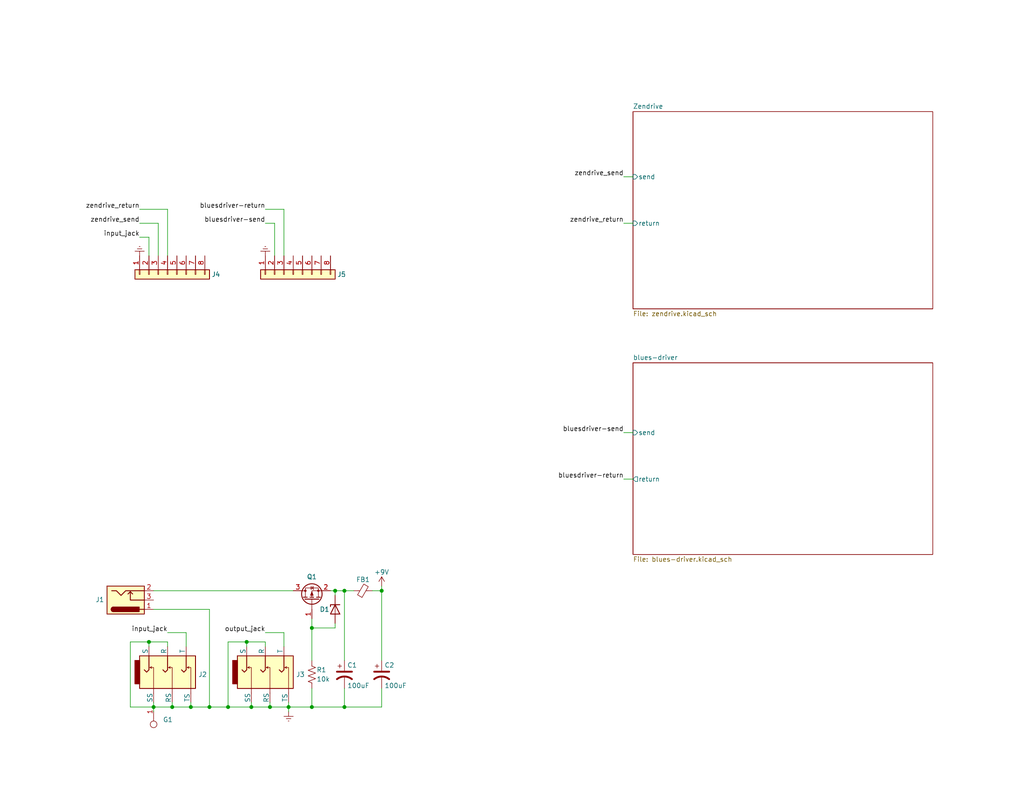
<source format=kicad_sch>
(kicad_sch (version 20250114) (generator "eeschema") (generator_version "9.0")
  (paper "USLetter")
  (title_block (title "Custom Dual Overdrive") (date "2026-01-18") (rev "1.0.0") (company "Bennett Custom Audio"))
  (lib_symbols
    (symbol "BCA Symbol Library:CP_Power" (pin_numbers (hide yes)) (pin_names (offset 0.254) (hide yes))
      (property "Reference" "C" (at 0.635 2.54 0))
      (property "Value" "CP_Power" (at 0.635 -2.54 0))
      (symbol "CP_Power_0_1"
        (polyline (pts (xy -2.032 0.762) (xy 2.032 0.762)) (stroke (width 0.508)))
        (polyline (pts (xy -1.778 2.286) (xy -0.762 2.286)))
        (polyline (pts (xy -1.27 1.778) (xy -1.27 2.794)))
        (arc (start -2.032 -1.27) (mid 0 -0.5572) (end 2.032 -1.27) (stroke (width 0.508)))
      )
      (symbol "CP_Power_1_1"
        (pin passive line (at 0 3.81 270) (length 2.794) (name "~") (number "1"))
        (pin passive line (at 0 -3.81 90) (length 3.302) (name "~") (number "2"))
      )
    )
    (symbol "BCA Symbol Library:R" (pin_numbers (hide yes)) (pin_names (offset 0))
      (property "Reference" "R" (at 0 2.032 0))
      (property "Value" "R" (at 0 -2.54 0))
      (symbol "R_1_1"
        (polyline (pts (xy -2.286 0) (xy -2.54 0)))
        (polyline (pts (xy -2.286 0) (xy -1.905 1.016) (xy -1.524 0) (xy -1.143 -1.016) (xy -0.762 0)))
        (polyline (pts (xy -0.762 0) (xy -0.381 1.016) (xy 0 0) (xy 0.381 -1.016) (xy 0.762 0)))
        (polyline (pts (xy 0.762 0) (xy 1.143 1.016) (xy 1.524 0) (xy 1.905 -1.016) (xy 2.286 0)))
        (polyline (pts (xy 2.286 0) (xy 2.54 0)))
        (pin passive line (at -3.81 0 0) (length 1.27) (name "~") (number "1"))
        (pin passive line (at 3.81 0 180) (length 1.27) (name "~") (number "2"))
      )
    )
    (symbol "Connector:Barrel_Jack_Switch" (pin_names (hide yes))
      (property "Reference" "J" (at 0 5.334 0))
      (property "Value" "Barrel_Jack_Switch" (at 0 -5.08 0))
      (symbol "Barrel_Jack_Switch_0_1"
        (rectangle (start -5.08 3.81) (end 5.08 -3.81) (stroke (width 0.254)) (fill (type background)))
        (polyline (pts (xy -3.81 -2.54) (xy -2.54 -2.54) (xy -1.27 -1.27) (xy 0 -2.54) (xy 2.54 -2.54) (xy 5.08 -2.54)) (stroke (width 0.254)))
        (arc (start -3.302 1.905) (mid -3.9343 2.54) (end -3.302 3.175) (stroke (width 0.254)))
        (arc (start -3.302 1.905) (mid -3.9343 2.54) (end -3.302 3.175) (stroke (width 0.254)) (fill (type outline)))
        (polyline (pts (xy 1.27 -2.286) (xy 1.905 -1.651)) (stroke (width 0.254)))
        (rectangle (start 3.683 3.175) (end -3.302 1.905) (stroke (width 0.254)) (fill (type outline)))
        (polyline (pts (xy 5.08 2.54) (xy 3.81 2.54)) (stroke (width 0.254)))
        (polyline (pts (xy 5.08 0) (xy 1.27 0) (xy 1.27 -2.286) (xy 0.635 -1.651)) (stroke (width 0.254)))
      )
      (symbol "Barrel_Jack_Switch_1_1"
        (pin passive line (at 7.62 2.54 180) (length 2.54) (name "~") (number "1"))
        (pin passive line (at 7.62 0 180) (length 2.54) (name "~") (number "3"))
        (pin passive line (at 7.62 -2.54 180) (length 2.54) (name "~") (number "2"))
      )
    )
    (symbol "Connector_Generic:Conn_01x08" (pin_names (offset 1.016) (hide yes))
      (property "Reference" "J" (at 0 10.16 0))
      (property "Value" "Conn_01x08" (at 0 -12.7 0))
      (symbol "Conn_01x08_1_1"
        (rectangle (start -1.27 8.89) (end 1.27 -11.43) (stroke (width 0.254)) (fill (type background)))
        (rectangle (start -1.27 7.747) (end 0 7.493) (stroke (width 0.1524)))
        (rectangle (start -1.27 5.207) (end 0 4.953) (stroke (width 0.1524)))
        (rectangle (start -1.27 2.667) (end 0 2.413) (stroke (width 0.1524)))
        (rectangle (start -1.27 0.127) (end 0 -0.127) (stroke (width 0.1524)))
        (rectangle (start -1.27 -2.413) (end 0 -2.667) (stroke (width 0.1524)))
        (rectangle (start -1.27 -4.953) (end 0 -5.207) (stroke (width 0.1524)))
        (rectangle (start -1.27 -7.493) (end 0 -7.747) (stroke (width 0.1524)))
        (rectangle (start -1.27 -10.033) (end 0 -10.287) (stroke (width 0.1524)))
        (pin passive line (at -5.08 7.62 0) (length 3.81) (name "Pin_1") (number "1"))
        (pin passive line (at -5.08 5.08 0) (length 3.81) (name "Pin_2") (number "2"))
        (pin passive line (at -5.08 2.54 0) (length 3.81) (name "Pin_3") (number "3"))
        (pin passive line (at -5.08 0 0) (length 3.81) (name "Pin_4") (number "4"))
        (pin passive line (at -5.08 -2.54 0) (length 3.81) (name "Pin_5") (number "5"))
        (pin passive line (at -5.08 -5.08 0) (length 3.81) (name "Pin_6") (number "6"))
        (pin passive line (at -5.08 -7.62 0) (length 3.81) (name "Pin_7") (number "7"))
        (pin passive line (at -5.08 -10.16 0) (length 3.81) (name "Pin_8") (number "8"))
      )
    )
    (symbol "Device:D_Zener" (pin_numbers (hide yes)) (pin_names (offset 1.016) (hide yes))
      (property "Reference" "D" (at 0 2.54 0))
      (property "Value" "D_Zener" (at 0 -2.54 0))
      (symbol "D_Zener_0_1"
        (polyline (pts (xy -1.27 -1.27) (xy -1.27 1.27) (xy -0.762 1.27)) (stroke (width 0.254)))
        (polyline (pts (xy 1.27 0) (xy -1.27 0)))
        (polyline (pts (xy 1.27 -1.27) (xy 1.27 1.27) (xy -1.27 0) (xy 1.27 -1.27)) (stroke (width 0.254)))
      )
      (symbol "D_Zener_1_1"
        (pin passive line (at -3.81 0 0) (length 2.54) (name "K") (number "1"))
        (pin passive line (at 3.81 0 180) (length 2.54) (name "A") (number "2"))
      )
    )
    (symbol "Device:FerriteBead_Small" (pin_numbers (hide yes)) (pin_names (offset 0))
      (property "Reference" "FB" (at 1.905 1.27 0))
      (property "Value" "FerriteBead_Small" (at 1.905 -1.27 0))
      (symbol "FerriteBead_Small_0_1"
        (polyline (pts (xy -1.8288 0.2794) (xy -1.1176 1.4986) (xy 1.8288 -0.2032) (xy 1.1176 -1.4224) (xy -1.8288 0.2794)))
        (polyline (pts (xy 0 0.889) (xy 0 1.2954)))
        (polyline (pts (xy 0 -1.27) (xy 0 -0.7874)))
      )
      (symbol "FerriteBead_Small_1_1"
        (pin passive line (at 0 2.54 270) (length 1.27) (name "~") (number "1"))
        (pin passive line (at 0 -2.54 90) (length 1.27) (name "~") (number "2"))
      )
    )
    (symbol "Device:Q_PMOS_GSD" (pin_names (offset 0) (hide yes))
      (property "Reference" "Q" (at 5.08 1.27 0))
      (property "Value" "Q_PMOS_GSD" (at 5.08 -1.27 0))
      (symbol "Q_PMOS_GSD_0_1"
        (polyline (pts (xy 0.254 1.905) (xy 0.254 -1.905)) (stroke (width 0.254)))
        (polyline (pts (xy 0.254 0) (xy -2.54 0)))
        (polyline (pts (xy 0.762 2.286) (xy 0.762 1.27)) (stroke (width 0.254)))
        (polyline (pts (xy 0.762 1.778) (xy 3.302 1.778) (xy 3.302 -1.778) (xy 0.762 -1.778)))
        (polyline (pts (xy 0.762 0.508) (xy 0.762 -0.508)) (stroke (width 0.254)))
        (polyline (pts (xy 0.762 -1.27) (xy 0.762 -2.286)) (stroke (width 0.254)))
        (circle (center 1.651 0) (radius 2.794) (stroke (width 0.254)))
        (polyline (pts (xy 2.286 0) (xy 1.27 0.381) (xy 1.27 -0.381) (xy 2.286 0)) (fill (type outline)))
        (polyline (pts (xy 2.54 2.54) (xy 2.54 1.778)))
        (circle (center 2.54 1.778) (radius 0.254) (fill (type outline)))
        (circle (center 2.54 -1.778) (radius 0.254) (fill (type outline)))
        (polyline (pts (xy 2.54 -2.54) (xy 2.54 0) (xy 0.762 0)))
        (polyline (pts (xy 2.794 -0.508) (xy 2.921 -0.381) (xy 3.683 -0.381) (xy 3.81 -0.254)))
        (polyline (pts (xy 3.302 -0.381) (xy 2.921 0.254) (xy 3.683 0.254) (xy 3.302 -0.381)))
      )
      (symbol "Q_PMOS_GSD_1_1"
        (pin input line (at -5.08 0 0) (length 2.54) (name "G") (number "1"))
        (pin passive line (at 2.54 5.08 270) (length 2.54) (name "D") (number "3"))
        (pin passive line (at 2.54 -5.08 90) (length 2.54) (name "S") (number "2"))
      )
    )
    (symbol "bca-symbols:AudioJack_TRS" (pin_numbers (hide yes)) (pin_names (offset 0))
      (property "Reference" "J" (at -10.16 0 0))
      (symbol "AudioJack_TRS_0_1"
        (rectangle (start -8.89 3.81) (end -7.62 -2.54) (stroke (width 0.254)) (fill (type outline)))
        (rectangle (start -7.62 5.08) (end 7.62 -3.81) (stroke (width 0.254)) (fill (type background)))
        (polyline (pts (xy -5.08 5.08) (xy -5.08 1.27) (xy -5.715 0.635) (xy -6.35 1.27)) (stroke (width 0.254)))
        (polyline (pts (xy -4.826 1.905) (xy -4.318 1.651)))
        (polyline (pts (xy -3.81 -5.08) (xy -3.81 1.905) (xy -4.826 1.905) (xy -4.318 2.159)))
        (polyline (pts (xy -1.27 1.27) (xy -0.635 0.635) (xy 0 1.27) (xy 0 5.08)) (stroke (width 0.254)))
        (polyline (pts (xy 0.254 1.905) (xy 0.762 1.651)))
        (polyline (pts (xy 1.27 -5.08) (xy 1.27 1.905) (xy 0.254 1.905) (xy 0.762 2.159)))
        (polyline (pts (xy 3.81 1.27) (xy 4.445 0.635) (xy 5.08 1.27) (xy 5.08 5.08)) (stroke (width 0.254)))
        (polyline (pts (xy 5.334 1.905) (xy 5.842 1.651)))
        (polyline (pts (xy 6.35 -5.08) (xy 6.35 1.905) (xy 5.334 1.905) (xy 5.842 2.159)))
      )
      (symbol "AudioJack_TRS_1_1"
        (pin passive line (at -5.08 7.62 270) (length 2.54) (name "S") (number "3"))
        (pin passive line (at -3.81 -7.62 90) (length 2.54) (name "SS") (number "6"))
        (pin passive line (at 0 7.62 270) (length 2.54) (name "R") (number "2"))
        (pin passive line (at 1.27 -7.62 90) (length 2.54) (name "RS") (number "5"))
        (pin passive line (at 5.08 7.62 270) (length 2.54) (name "T") (number "1"))
        (pin passive line (at 6.35 -7.62 90) (length 2.54) (name "TS") (number "4"))
      )
    )
    (symbol "bca-symbols:GNDSpring" (pin_names (offset 1.016))
      (property "Reference" "G" (at 0 -6.35 0))
      (symbol "GNDSpring_0_1"
        (polyline (pts (xy 0 0) (xy 0 -2.54)))
        (circle (center 0 -3.4544) (radius 0.9144))
      )
      (symbol "GNDSpring_1_1"
        (pin passive line (at 0 0 90) (length 0) (name "") (number "1"))
      )
    )
    (symbol "power:+9V" (power) (pin_numbers (hide yes)) (pin_names (offset 0) (hide yes))
      (property "Value" "+9V" (at 0 3.556 0))
      (symbol "+9V_0_1"
        (polyline (pts (xy -0.762 1.27) (xy 0 2.54)))
        (polyline (pts (xy 0 2.54) (xy 0.762 1.27)))
        (polyline (pts (xy 0 0) (xy 0 2.54)))
      )
      (symbol "+9V_1_1"
        (pin power_in line (at 0 0 90) (length 0) (name "~") (number "1"))
      )
    )
    (symbol "power:Earth" (power) (pin_names (offset 0))
      (symbol "Earth_0_1"
        (polyline (pts (xy -0.635 -1.905) (xy 0.635 -1.905)))
        (polyline (pts (xy -0.127 -2.54) (xy 0.127 -2.54)))
        (polyline (pts (xy 0 -1.27) (xy 0 0)))
        (polyline (pts (xy 1.27 -1.27) (xy -1.27 -1.27)))
      )
      (symbol "Earth_1_1"
        (pin power_in line (at 0 0 270) (length 0) (hide yes) (name "Earth") (number "1"))
      )
    )
  )
  (junction (at 67.31 175.26))
  (junction (at 85.09 193.04))
  (junction (at 41.91 193.04))
  (junction (at 78.74 193.04))
  (junction (at 91.44 161.29))
  (junction (at 85.09 171.45))
  (junction (at 57.15 193.04))
  (junction (at 104.14 161.29))
  (junction (at 93.98 161.29))
  (junction (at 93.98 193.04))
  (junction (at 73.66 193.04))
  (junction (at 52.07 193.04))
  (junction (at 62.23 193.04))
  (junction (at 46.99 193.04))
  (junction (at 40.64 175.26))
  (junction (at 68.58 193.04))
  (wire (pts (xy 91.44 161.29) (xy 91.44 162.56)))
  (wire (pts (xy 41.91 166.37) (xy 57.15 166.37)))
  (wire (pts (xy 74.93 60.96) (xy 74.93 69.85)))
  (wire (pts (xy 62.23 175.26) (xy 67.31 175.26)))
  (wire (pts (xy 78.74 193.04) (xy 73.66 193.04)))
  (wire (pts (xy 85.09 187.96) (xy 85.09 193.04)))
  (wire (pts (xy 67.31 176.53) (xy 67.31 175.26)))
  (wire (pts (xy 38.1 57.15) (xy 45.72 57.15)))
  (wire (pts (xy 45.72 172.72) (xy 50.8 172.72)))
  (wire (pts (xy 41.91 193.04) (xy 35.56 193.04)))
  (wire (pts (xy 170.18 118.11) (xy 172.72 118.11)))
  (wire (pts (xy 93.98 193.04) (xy 104.14 193.04)))
  (wire (pts (xy 57.15 193.04) (xy 62.23 193.04)))
  (wire (pts (xy 91.44 161.29) (xy 93.98 161.29)))
  (wire (pts (xy 52.07 191.77) (xy 52.07 193.04)))
  (wire (pts (xy 46.99 191.77) (xy 46.99 193.04)))
  (wire (pts (xy 57.15 166.37) (xy 57.15 193.04)))
  (wire (pts (xy 93.98 187.96) (xy 93.98 193.04)))
  (wire (pts (xy 40.64 176.53) (xy 40.64 175.26)))
  (wire (pts (xy 85.09 168.91) (xy 85.09 171.45)))
  (wire (pts (xy 104.14 180.34) (xy 104.14 161.29)))
  (wire (pts (xy 68.58 191.77) (xy 68.58 193.04)))
  (wire (pts (xy 93.98 161.29) (xy 93.98 180.34)))
  (wire (pts (xy 93.98 161.29) (xy 96.52 161.29)))
  (wire (pts (xy 52.07 193.04) (xy 46.99 193.04)))
  (wire (pts (xy 78.74 194.31) (xy 78.74 193.04)))
  (wire (pts (xy 45.72 57.15) (xy 45.72 69.85)))
  (wire (pts (xy 170.18 60.96) (xy 172.72 60.96)))
  (wire (pts (xy 72.39 60.96) (xy 74.93 60.96)))
  (wire (pts (xy 77.47 172.72) (xy 77.47 176.53)))
  (wire (pts (xy 104.14 187.96) (xy 104.14 193.04)))
  (wire (pts (xy 40.64 175.26) (xy 45.72 175.26)))
  (wire (pts (xy 101.6 161.29) (xy 104.14 161.29)))
  (wire (pts (xy 90.17 161.29) (xy 91.44 161.29)))
  (wire (pts (xy 41.91 161.29) (xy 80.01 161.29)))
  (wire (pts (xy 43.18 60.96) (xy 43.18 69.85)))
  (wire (pts (xy 91.44 170.18) (xy 91.44 171.45)))
  (wire (pts (xy 45.72 176.53) (xy 45.72 175.26)))
  (wire (pts (xy 78.74 191.77) (xy 78.74 193.04)))
  (wire (pts (xy 40.64 64.77) (xy 40.64 69.85)))
  (wire (pts (xy 35.56 175.26) (xy 40.64 175.26)))
  (wire (pts (xy 41.91 191.77) (xy 41.91 193.04)))
  (wire (pts (xy 72.39 175.26) (xy 72.39 176.53)))
  (wire (pts (xy 85.09 171.45) (xy 91.44 171.45)))
  (wire (pts (xy 73.66 193.04) (xy 68.58 193.04)))
  (wire (pts (xy 85.09 193.04) (xy 93.98 193.04)))
  (wire (pts (xy 35.56 193.04) (xy 35.56 175.26)))
  (wire (pts (xy 50.8 172.72) (xy 50.8 176.53)))
  (wire (pts (xy 78.74 193.04) (xy 85.09 193.04)))
  (wire (pts (xy 46.99 193.04) (xy 41.91 193.04)))
  (wire (pts (xy 170.18 48.26) (xy 172.72 48.26)))
  (wire (pts (xy 67.31 175.26) (xy 72.39 175.26)))
  (wire (pts (xy 72.39 57.15) (xy 77.47 57.15)))
  (wire (pts (xy 77.47 57.15) (xy 77.47 69.85)))
  (wire (pts (xy 62.23 193.04) (xy 62.23 175.26)))
  (wire (pts (xy 73.66 191.77) (xy 73.66 193.04)))
  (wire (pts (xy 38.1 64.77) (xy 40.64 64.77)))
  (wire (pts (xy 68.58 193.04) (xy 62.23 193.04)))
  (wire (pts (xy 72.39 172.72) (xy 77.47 172.72)))
  (wire (pts (xy 41.91 194.31) (xy 41.91 193.04)))
  (wire (pts (xy 85.09 171.45) (xy 85.09 180.34)))
  (wire (pts (xy 170.18 130.81) (xy 172.72 130.81)))
  (wire (pts (xy 52.07 193.04) (xy 57.15 193.04)))
  (wire (pts (xy 38.1 60.96) (xy 43.18 60.96)))
  (wire (pts (xy 104.14 160.02) (xy 104.14 161.29)))
  (label "input_jack" (at 38.1 64.77 180))
  (label "bluesdriver-send" (at 72.39 60.96 180))
  (label "bluesdriver-return" (at 72.39 57.15 180))
  (label "zendrive_return" (at 170.18 60.96 180))
  (label "zendrive_send" (at 38.1 60.96 180))
  (label "input_jack" (at 45.72 172.72 180))
  (label "zendrive_return" (at 38.1 57.15 180))
  (label "zendrive_send" (at 170.18 48.26 180))
  (label "bluesdriver-return" (at 170.18 130.81 180))
  (label "output_jack" (at 72.39 172.72 180))
  (label "bluesdriver-send" (at 170.18 118.11 180))
  (symbol (lib_id "bca-symbols:AudioJack_TRS") (at 45.72 184.15 0) (unit 1)
    (property "Reference" "J2" (at 54.102 184.15 0) (effects (justify left)))
    (property "Value" "AudioJack_TRS" (effects (hide yes)))
    (property "Footprint" "bca-footprints:Rean_NYS215" (effects (hide yes)))
  )
  (symbol (lib_id "Connector:Barrel_Jack_Switch") (at 34.29 163.83 0) (mirror x) (unit 1)
    (property "Reference" "J1" (at 28.448 163.7284 0) (effects (justify right)))
    (property "Value" "Barrel_Jack_Switch" (effects (hide yes)))
    (property "Footprint" "bca-footprints:DC_Jack_DC005" (effects (hide yes)))
  )
  (symbol (lib_id "bca-symbols:AudioJack_TRS") (at 72.39 184.15 0) (unit 1)
    (property "Reference" "J3" (at 80.772 184.15 0) (effects (justify left)))
    (property "Value" "AudioJack_TRS" (effects (hide yes)))
    (property "Footprint" "bca-footprints:Rean_NYS215" (effects (hide yes)))
  )
  (symbol (lib_id "power:Earth") (at 78.74 194.31 0) (unit 1)
    (property "Reference" "#PWR01" (effects (hide yes)))
    (property "Value" "Earth" (effects (hide yes)))
  )
  (symbol (lib_id "Connector_Generic:Conn_01x08") (at 80.01 74.93 90) (mirror x) (unit 1)
    (property "Reference" "J5" (at 93.218 74.93 90))
    (property "Value" "Conn_01x08" (effects (hide yes)))
    (property "Description" "Generic connector, single row, 01x08, script generated (kicad-library-utils/schlib/autogen/connector/)" (effects (hide yes)))
  )
  (symbol (lib_id "Device:FerriteBead_Small") (at 99.06 161.29 90) (unit 1)
    (property "Reference" "FB1" (at 99.06 158.242 90))
    (property "Value" "FerriteBead_Small" (effects (hide yes)))
    (property "Footprint" "Inductor_SMD:L_0805_2012Metric_Pad1.15x1.40mm_HandSolder" (effects (hide yes)))
    (property "Description" "Ferrite bead, small symbol" (effects (hide yes)))
  )
  (symbol (lib_id "Connector_Generic:Conn_01x08") (at 45.72 74.93 90) (mirror x) (unit 1)
    (property "Reference" "J4" (at 58.928 74.93 90))
    (property "Value" "Conn_01x08" (effects (hide yes)))
    (property "Description" "Generic connector, single row, 01x08, script generated (kicad-library-utils/schlib/autogen/connector/)" (effects (hide yes)))
  )
  (symbol (lib_id "power:+9V") (at 104.14 160.02 0) (unit 1)
    (property "Reference" "#PWR02" (effects (hide yes)))
    (property "Value" "+9V" (at 104.14 156.21 0))
    (property "Description" "Power symbol creates a global label with name \"+9V\"" (effects (hide yes)))
  )
  (symbol (lib_id "power:Earth") (at 38.1 69.85 180) (unit 1)
    (property "Reference" "#PWR034" (effects (hide yes)))
    (property "Value" "Earth" (effects (hide yes)))
  )
  (symbol (lib_id "power:Earth") (at 72.39 69.85 180) (unit 1)
    (property "Reference" "#PWR035" (effects (hide yes)))
    (property "Value" "Earth" (effects (hide yes)))
  )
  (symbol (lib_id "Device:D_Zener") (at 91.44 166.37 90) (mirror x) (unit 1)
    (property "Reference" "D1" (at 89.916 166.37 90) (effects (justify left)))
    (property "Value" "9V1 Zener" (effects (hide yes)))
    (property "Footprint" "Diode_SMD:D_SOD-323_HandSoldering" (effects (hide yes)))
    (property "Description" "Zener diode" (effects (hide yes)))
  )
  (symbol (lib_id "BCA Symbol Library:R") (at 85.09 184.15 90) (unit 1)
    (property "Reference" "R1" (at 86.36 182.88 90) (effects (justify right)))
    (property "Value" "10k" (at 86.36 185.42 90) (effects (justify right)))
    (property "Footprint" "Resistor_SMD:R_0805_2012Metric_Pad1.20x1.40mm_HandSolder" (effects (hide yes)))
    (property "Description" "Resistor, Horizontal" (effects (hide yes)))
  )
  (symbol (lib_id "Device:Q_PMOS_GSD") (at 85.09 163.83 90) (unit 1)
    (property "Reference" "Q1" (at 85.09 157.48 90))
    (property "Value" "Q_PMOS_GSD" (effects (hide yes)))
    (property "Footprint" "Package_TO_SOT_SMD:SOT-23_Handsoldering" (effects (hide yes)))
    (property "Description" "P-MOSFET transistor, gate/source/drain" (effects (hide yes)))
  )
  (symbol (lib_id "BCA Symbol Library:CP_Power") (at 93.98 184.15 0) (unit 1)
    (property "Reference" "C1" (at 94.742 181.61 0) (effects (justify left)))
    (property "Value" "100uF" (at 94.742 187.198 0) (effects (justify left)))
    (property "Footprint" "bca-footprints:CP_Radial_D6.3mm_P2.50mm" (effects (hide yes)))
    (property "Description" "Polarized capacitor, footprint sized for power rails" (effects (hide yes)))
  )
  (symbol (lib_id "BCA Symbol Library:CP_Power") (at 104.14 184.15 0) (unit 1)
    (property "Reference" "C2" (at 104.902 181.61 0) (effects (justify left)))
    (property "Value" "100uF" (at 104.902 187.198 0) (effects (justify left)))
    (property "Footprint" "bca-footprints:CP_Radial_D6.3mm_P2.50mm" (effects (hide yes)))
    (property "Description" "Polarized capacitor, footprint sized for power rails" (effects (hide yes)))
  )
  (symbol (lib_id "bca-symbols:GNDSpring") (at 41.91 194.31 0) (unit 1)
    (property "Reference" "G1" (at 44.45 196.4944 0) (effects (justify left)))
    (property "Value" "GNDSpring" (effects (hide yes)))
    (property "Footprint" "bca-footprints:Keystone_628" (effects (hide yes)))
  )
  (sheet (at 172.72 30.48) (size 81.788 53.848) (stroke (width 0.1524))
    (property "Sheetname" "Zendrive" (at 172.72 29.7684 0) (effects (justify left bottom)))
    (property "Sheetfile" "zendrive.kicad_sch" (at 172.72 84.9126 0) (effects (justify left top)))
    (pin "return" input (at 172.72 60.96 180))
    (pin "send" input (at 172.72 48.26 180))
  )
  (sheet (at 172.72 99.06) (size 81.788 52.324) (stroke (width 0.1524))
    (property "Sheetname" "blues-driver" (at 172.72 98.3484 0) (effects (justify left bottom)))
    (property "Sheetfile" "blues-driver.kicad_sch" (at 172.72 151.9686 0) (effects (justify left top)))
    (pin "return" output (at 172.72 130.81 180))
    (pin "send" input (at 172.72 118.11 180))
  )
)
</source>
